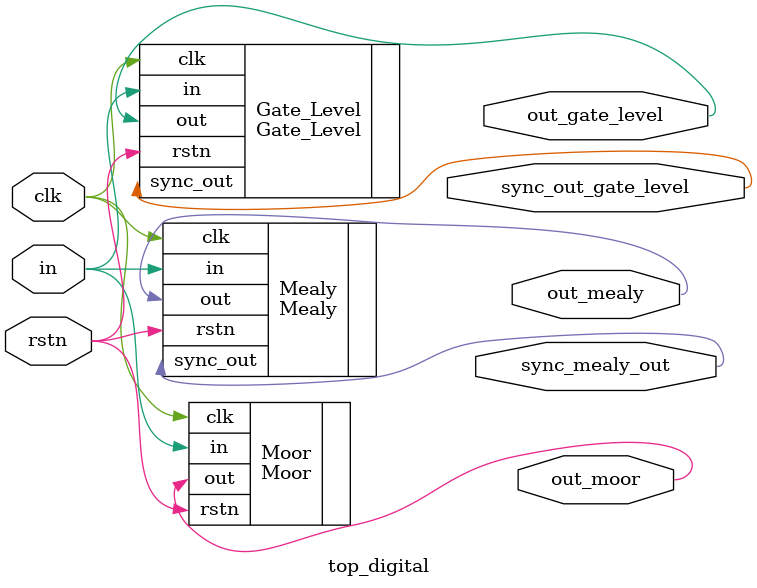
<source format=v>
`timescale 1ns/1ps

module top_digital(clk, in, rstn,
					out_moor, out_mealy, sync_mealy_out,
					out_gate_level, sync_out_gate_level);
					
input wire clk, in, rstn; 
output wire out_moor;
output wire out_mealy, sync_mealy_out;
output wire out_gate_level, sync_out_gate_level;

Moor Moor(.rstn(rstn),
			.clk(clk),
			.in(in), 
			.out(out_moor)
);

Mealy Mealy(.rstn(rstn),
			.clk(clk),
			.in(in), 
			.out(out_mealy),
			.sync_out(sync_mealy_out)
);

Gate_Level Gate_Level(.rstn(rstn),
			.clk(clk),
			.in(in), 
			.out(out_gate_level),
			.sync_out(sync_out_gate_level)
);
 
endmodule

</source>
